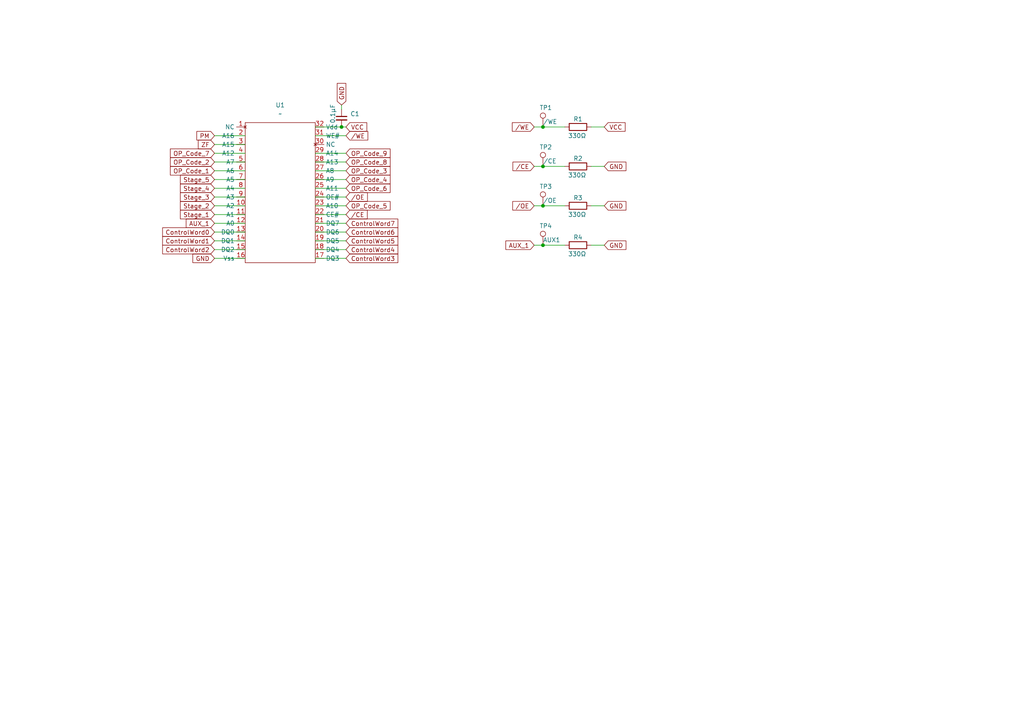
<source format=kicad_sch>
(kicad_sch (version 20250114) (generator "eeschema") (generator_version "9.0")
  (paper "A4")
  (lib_symbols
    (symbol "Connector:TestPoint" (pin_numbers (hide yes)) (pin_names (offset 0.762) (hide yes))
      (property "Reference" "TP" (at 0 6.858 0))
      (property "Value" "TestPoint" (at 0 5.08 0))
      (symbol "TestPoint_0_1"
        (circle (center 0 3.302) (radius 0.762))
      )
      (symbol "TestPoint_1_1"
        (pin passive line (at 0 0 90) (length 2.54) (name "1") (number "1"))
      )
    )
    (symbol "Device:C_Small" (pin_numbers (hide yes)) (pin_names (offset 0.254) (hide yes))
      (property "Reference" "C" (at 0.254 1.778 0))
      (property "Value" "C_Small" (at 0.254 -2.032 0))
      (symbol "C_Small_0_1"
        (polyline (pts (xy -1.524 0.508) (xy 1.524 0.508)) (stroke (width 0.3048)))
        (polyline (pts (xy -1.524 -0.508) (xy 1.524 -0.508)) (stroke (width 0.3302)))
      )
      (symbol "C_Small_1_1"
        (pin passive line (at 0 2.54 270) (length 2.032) (name "~") (number "1"))
        (pin passive line (at 0 -2.54 90) (length 2.032) (name "~") (number "2"))
      )
    )
    (symbol "Device:R" (pin_numbers (hide yes)) (pin_names (offset 0))
      (property "Reference" "R" (at 2.032 0 90))
      (property "Value" "R" (at 0 0 90))
      (symbol "R_0_1"
        (rectangle (start -1.016 -2.54) (end 1.016 2.54) (stroke (width 0.254)))
      )
      (symbol "R_1_1"
        (pin passive line (at 0 3.81 270) (length 1.27) (name "~") (number "1"))
        (pin passive line (at 0 -3.81 90) (length 1.27) (name "~") (number "2"))
      )
    )
    (symbol "Other:SST39SF010A-55-4C"
      (property "Reference" "U" (at 0 -0.254 0))
      (symbol "SST39SF010A-55-4C_0_1"
        (rectangle (start -10.16 20.32) (end 10.16 -20.32))
      )
      (symbol "SST39SF010A-55-4C_1_1"
        (pin no_connect line (at -10.16 19.05 180) (length 2.54) (name "NC") (number "1"))
        (pin input line (at -10.16 16.51 180) (length 2.54) (name "A16") (number "2"))
        (pin input line (at -10.16 13.97 180) (length 2.54) (name "A15") (number "3"))
        (pin input line (at -10.16 11.43 180) (length 2.54) (name "A12") (number "4"))
        (pin input line (at -10.16 8.89 180) (length 2.54) (name "A7") (number "5"))
        (pin input line (at -10.16 6.35 180) (length 2.54) (name "A6") (number "6"))
        (pin input line (at -10.16 3.81 180) (length 2.54) (name "A5") (number "7"))
        (pin input line (at -10.16 1.27 180) (length 2.54) (name "A4") (number "8"))
        (pin input line (at -10.16 -1.27 180) (length 2.54) (name "A3") (number "9"))
        (pin input line (at -10.16 -3.81 180) (length 2.54) (name "A2") (number "10"))
        (pin input line (at -10.16 -6.35 180) (length 2.54) (name "A1") (number "11"))
        (pin input line (at -10.16 -8.89 180) (length 2.54) (name "A0") (number "12"))
        (pin bidirectional line (at -10.16 -11.43 180) (length 2.54) (name "DQ0") (number "13"))
        (pin bidirectional line (at -10.16 -13.97 180) (length 2.54) (name "DQ1") (number "14"))
        (pin bidirectional line (at -10.16 -16.51 180) (length 2.54) (name "DQ2") (number "15"))
        (pin power_in line (at -10.16 -19.05 180) (length 2.54) (name "Vss") (number "16"))
        (pin power_in line (at 10.16 19.05 0) (length 2.54) (name "Vdd") (number "32"))
        (pin input line (at 10.16 16.51 0) (length 2.54) (name "WE#") (number "31"))
        (pin no_connect line (at 10.16 13.97 0) (length 2.54) (name "NC") (number "30"))
        (pin input line (at 10.16 11.43 0) (length 2.54) (name "A14") (number "29"))
        (pin input line (at 10.16 8.89 0) (length 2.54) (name "A13") (number "28"))
        (pin input line (at 10.16 6.35 0) (length 2.54) (name "A8") (number "27"))
        (pin input line (at 10.16 3.81 0) (length 2.54) (name "A9") (number "26"))
        (pin input line (at 10.16 1.27 0) (length 2.54) (name "A11") (number "25"))
        (pin input line (at 10.16 -1.27 0) (length 2.54) (name "OE#") (number "24"))
        (pin input line (at 10.16 -3.81 0) (length 2.54) (name "A10") (number "23"))
        (pin input line (at 10.16 -6.35 0) (length 2.54) (name "CE#") (number "22"))
        (pin bidirectional line (at 10.16 -8.89 0) (length 2.54) (name "DQ7") (number "21"))
        (pin bidirectional line (at 10.16 -11.43 0) (length 2.54) (name "DQ6") (number "20"))
        (pin bidirectional line (at 10.16 -13.97 0) (length 2.54) (name "DQ5") (number "19"))
        (pin bidirectional line (at 10.16 -16.51 0) (length 2.54) (name "DQ4") (number "18"))
        (pin bidirectional line (at 10.16 -19.05 0) (length 2.54) (name "DQ3") (number "17"))
      )
    )
  )
  (junction (at 157.48 59.69))
  (junction (at 99.06 36.83))
  (junction (at 157.48 36.83))
  (junction (at 157.48 71.12))
  (junction (at 157.48 48.26))
  (wire (pts (xy 91.44 69.85) (xy 100.33 69.85)))
  (wire (pts (xy 62.23 49.53) (xy 71.12 49.53)))
  (wire (pts (xy 91.44 62.23) (xy 100.33 62.23)))
  (wire (pts (xy 157.48 59.69) (xy 163.83 59.69)))
  (wire (pts (xy 62.23 59.69) (xy 71.12 59.69)))
  (wire (pts (xy 91.44 39.37) (xy 100.33 39.37)))
  (wire (pts (xy 157.48 36.83) (xy 163.83 36.83)))
  (wire (pts (xy 154.94 48.26) (xy 157.48 48.26)))
  (wire (pts (xy 91.44 52.07) (xy 100.33 52.07)))
  (wire (pts (xy 62.23 44.45) (xy 71.12 44.45)))
  (wire (pts (xy 99.06 36.83) (xy 100.33 36.83)))
  (wire (pts (xy 91.44 46.99) (xy 100.33 46.99)))
  (wire (pts (xy 62.23 72.39) (xy 71.12 72.39)))
  (wire (pts (xy 62.23 46.99) (xy 71.12 46.99)))
  (wire (pts (xy 91.44 54.61) (xy 100.33 54.61)))
  (wire (pts (xy 154.94 59.69) (xy 157.48 59.69)))
  (wire (pts (xy 99.06 30.48) (xy 99.06 31.75)))
  (wire (pts (xy 62.23 64.77) (xy 71.12 64.77)))
  (wire (pts (xy 91.44 64.77) (xy 100.33 64.77)))
  (wire (pts (xy 91.44 72.39) (xy 100.33 72.39)))
  (wire (pts (xy 91.44 49.53) (xy 100.33 49.53)))
  (wire (pts (xy 91.44 67.31) (xy 100.33 67.31)))
  (wire (pts (xy 91.44 36.83) (xy 99.06 36.83)))
  (wire (pts (xy 171.45 59.69) (xy 175.26 59.69)))
  (wire (pts (xy 62.23 69.85) (xy 71.12 69.85)))
  (wire (pts (xy 91.44 59.69) (xy 100.33 59.69)))
  (wire (pts (xy 157.48 71.12) (xy 163.83 71.12)))
  (wire (pts (xy 91.44 44.45) (xy 100.33 44.45)))
  (wire (pts (xy 62.23 74.93) (xy 71.12 74.93)))
  (wire (pts (xy 91.44 57.15) (xy 100.33 57.15)))
  (wire (pts (xy 62.23 67.31) (xy 71.12 67.31)))
  (wire (pts (xy 171.45 36.83) (xy 175.26 36.83)))
  (wire (pts (xy 62.23 62.23) (xy 71.12 62.23)))
  (wire (pts (xy 157.48 48.26) (xy 163.83 48.26)))
  (wire (pts (xy 91.44 74.93) (xy 100.33 74.93)))
  (wire (pts (xy 62.23 39.37) (xy 71.12 39.37)))
  (wire (pts (xy 62.23 54.61) (xy 71.12 54.61)))
  (wire (pts (xy 154.94 71.12) (xy 157.48 71.12)))
  (wire (pts (xy 171.45 48.26) (xy 175.26 48.26)))
  (wire (pts (xy 62.23 57.15) (xy 71.12 57.15)))
  (wire (pts (xy 154.94 36.83) (xy 157.48 36.83)))
  (wire (pts (xy 171.45 71.12) (xy 175.26 71.12)))
  (wire (pts (xy 62.23 52.07) (xy 71.12 52.07)))
  (wire (pts (xy 62.23 41.91) (xy 71.12 41.91)))
  (global_label "OP_Code_2" (shape input) (at 62.23 46.99 180) (property "Intersheetrefs" "${INTERSHEET_REFS}" (effects (hide yes))))
  (global_label "ControlWord5" (shape input) (at 100.33 69.85 0) (property "Intersheetrefs" "${INTERSHEET_REFS}" (effects (hide yes))))
  (global_label "GND" (shape input) (at 175.26 48.26 0) (property "Intersheetrefs" "${INTERSHEET_REFS}" (effects (hide yes))))
  (global_label "{slash}OE" (shape input) (at 100.33 57.15 0) (property "Intersheetrefs" "${INTERSHEET_REFS}" (effects (hide yes))))
  (global_label "VCC" (shape input) (at 100.33 36.83 0) (property "Intersheetrefs" "${INTERSHEET_REFS}" (effects (hide yes))))
  (global_label "Stage_2" (shape input) (at 62.23 59.69 180) (property "Intersheetrefs" "${INTERSHEET_REFS}" (effects (hide yes))))
  (global_label "OP_Code_1" (shape input) (at 62.23 49.53 180) (property "Intersheetrefs" "${INTERSHEET_REFS}" (effects (hide yes))))
  (global_label "ControlWord0" (shape input) (at 62.23 67.31 180) (property "Intersheetrefs" "${INTERSHEET_REFS}" (effects (hide yes))))
  (global_label "OP_Code_3" (shape input) (at 100.33 49.53 0) (property "Intersheetrefs" "${INTERSHEET_REFS}" (effects (hide yes))))
  (global_label "GND" (shape input) (at 62.23 74.93 180) (property "Intersheetrefs" "${INTERSHEET_REFS}" (effects (hide yes))))
  (global_label "GND" (shape input) (at 175.26 71.12 0) (property "Intersheetrefs" "${INTERSHEET_REFS}" (effects (hide yes))))
  (global_label "ZF" (shape input) (at 62.23 41.91 180) (property "Intersheetrefs" "${INTERSHEET_REFS}" (effects (hide yes))))
  (global_label "VCC" (shape input) (at 175.26 36.83 0) (property "Intersheetrefs" "${INTERSHEET_REFS}" (effects (hide yes))))
  (global_label "ControlWord1" (shape input) (at 62.23 69.85 180) (property "Intersheetrefs" "${INTERSHEET_REFS}" (effects (hide yes))))
  (global_label "{slash}OE" (shape input) (at 154.94 59.69 180) (property "Intersheetrefs" "${INTERSHEET_REFS}" (effects (hide yes))))
  (global_label "OP_Code_8" (shape input) (at 100.33 46.99 0) (property "Intersheetrefs" "${INTERSHEET_REFS}" (effects (hide yes))))
  (global_label "{slash}WE" (shape input) (at 100.33 39.37 0) (property "Intersheetrefs" "${INTERSHEET_REFS}" (effects (hide yes))))
  (global_label "{slash}CE" (shape input) (at 100.33 62.23 0) (property "Intersheetrefs" "${INTERSHEET_REFS}" (effects (hide yes))))
  (global_label "GND" (shape input) (at 175.26 59.69 0) (property "Intersheetrefs" "${INTERSHEET_REFS}" (effects (hide yes))))
  (global_label "OP_Code_5" (shape input) (at 100.33 59.69 0) (property "Intersheetrefs" "${INTERSHEET_REFS}" (effects (hide yes))))
  (global_label "Stage_5" (shape input) (at 62.23 52.07 180) (property "Intersheetrefs" "${INTERSHEET_REFS}" (effects (hide yes))))
  (global_label "Stage_1" (shape input) (at 62.23 62.23 180) (property "Intersheetrefs" "${INTERSHEET_REFS}" (effects (hide yes))))
  (global_label "ControlWord7" (shape input) (at 100.33 64.77 0) (property "Intersheetrefs" "${INTERSHEET_REFS}" (effects (hide yes))))
  (global_label "ControlWord6" (shape input) (at 100.33 67.31 0) (property "Intersheetrefs" "${INTERSHEET_REFS}" (effects (hide yes))))
  (global_label "Stage_4" (shape input) (at 62.23 54.61 180) (property "Intersheetrefs" "${INTERSHEET_REFS}" (effects (hide yes))))
  (global_label "OP_Code_4" (shape input) (at 100.33 52.07 0) (property "Intersheetrefs" "${INTERSHEET_REFS}" (effects (hide yes))))
  (global_label "{slash}CE" (shape input) (at 154.94 48.26 180) (property "Intersheetrefs" "${INTERSHEET_REFS}" (effects (hide yes))))
  (global_label "{slash}WE" (shape input) (at 154.94 36.83 180) (property "Intersheetrefs" "${INTERSHEET_REFS}" (effects (hide yes))))
  (global_label "Stage_3" (shape input) (at 62.23 57.15 180) (property "Intersheetrefs" "${INTERSHEET_REFS}" (effects (hide yes))))
  (global_label "AUX_1" (shape input) (at 154.94 71.12 180) (property "Intersheetrefs" "${INTERSHEET_REFS}" (effects (hide yes))))
  (global_label "ControlWord4" (shape input) (at 100.33 72.39 0) (property "Intersheetrefs" "${INTERSHEET_REFS}" (effects (hide yes))))
  (global_label "AUX_1" (shape input) (at 62.23 64.77 180) (property "Intersheetrefs" "${INTERSHEET_REFS}" (effects (hide yes))))
  (global_label "GND" (shape input) (at 99.06 30.48 90) (property "Intersheetrefs" "${INTERSHEET_REFS}" (effects (hide yes))))
  (global_label "OP_Code_9" (shape input) (at 100.33 44.45 0) (property "Intersheetrefs" "${INTERSHEET_REFS}" (effects (hide yes))))
  (global_label "OP_Code_6" (shape input) (at 100.33 54.61 0) (property "Intersheetrefs" "${INTERSHEET_REFS}" (effects (hide yes))))
  (global_label "PM" (shape input) (at 62.23 39.37 180) (property "Intersheetrefs" "${INTERSHEET_REFS}" (effects (hide yes))))
  (global_label "ControlWord2" (shape input) (at 62.23 72.39 180) (property "Intersheetrefs" "${INTERSHEET_REFS}" (effects (hide yes))))
  (global_label "ControlWord3" (shape input) (at 100.33 74.93 0) (property "Intersheetrefs" "${INTERSHEET_REFS}" (effects (hide yes))))
  (global_label "OP_Code_7" (shape input) (at 62.23 44.45 180) (property "Intersheetrefs" "${INTERSHEET_REFS}" (effects (hide yes))))
  (symbol (lib_id "Connector:TestPoint") (at 157.48 48.26 0) (unit 1)
    (property "Reference" "TP2" (at 156.464 42.672 0) (effects (justify left)))
    (property "Value" "/CE" (at 157.48 46.736 0) (effects (justify left)))
    (property "Footprint" "TestPoint:TestPoint_Pad_D1.0mm" (effects (hide yes)))
    (property "Description" "test point" (effects (hide yes)))
  )
  (symbol (lib_id "Other:SST39SF010A-55-4C") (at 81.28 55.88 0) (unit 1)
    (property "Reference" "U1" (at 81.28 30.48 0))
    (property "Value" "~" (at 81.28 33.02 0))
    (property "Footprint" "Package_LCC:PLCC-32_11.4x14.0mm_P1.27mm" (effects (hide yes)))
    (property "Datasheet" "https://ww1.microchip.com/downloads/aemDocuments/documents/MPD/ProductDocuments/DataSheets/SST39SF010A-SST39SF020A-SST39SF040-Data-Sheet-DS20005022.pdf" (effects (hide yes)))
    (property "Description" "Flash Chip, 2^16 bytes, 5V" (effects (hide yes)))
  )
  (symbol (lib_id "Connector:TestPoint") (at 157.48 59.69 0) (unit 1)
    (property "Reference" "TP3" (at 156.464 54.102 0) (effects (justify left)))
    (property "Value" "/OE" (at 157.48 58.166 0) (effects (justify left)))
    (property "Footprint" "TestPoint:TestPoint_Pad_D1.0mm" (effects (hide yes)))
    (property "Description" "test point" (effects (hide yes)))
  )
  (symbol (lib_id "Device:C_Small") (at 99.06 34.29 0) (unit 1)
    (property "Reference" "C1" (at 101.6 33.0262 0) (effects (justify left)))
    (property "Value" "0.1µF" (at 96.52 35.814 90) (effects (justify left)))
    (property "Footprint" "Capacitor_SMD:C_0805_2012Metric_Pad1.18x1.45mm_HandSolder" (effects (hide yes)))
    (property "Description" "Unpolarized capacitor, small symbol" (effects (hide yes)))
  )
  (symbol (lib_id "Connector:TestPoint") (at 157.48 36.83 0) (unit 1)
    (property "Reference" "TP1" (at 156.464 31.242 0) (effects (justify left)))
    (property "Value" "/WE" (at 157.48 35.306 0) (effects (justify left)))
    (property "Footprint" "TestPoint:TestPoint_Pad_D1.0mm" (effects (hide yes)))
    (property "Description" "test point" (effects (hide yes)))
  )
  (symbol (lib_id "Device:R") (at 167.64 59.69 90) (unit 1)
    (property "Reference" "R3" (at 167.64 57.404 90))
    (property "Value" "330Ω" (at 167.386 62.23 90))
    (property "Footprint" "Resistor_SMD:R_0805_2012Metric_Pad1.20x1.40mm_HandSolder" (effects (hide yes)))
    (property "Description" "Resistor" (effects (hide yes)))
  )
  (symbol (lib_id "Connector:TestPoint") (at 157.48 71.12 0) (unit 1)
    (property "Reference" "TP4" (at 156.464 65.532 0) (effects (justify left)))
    (property "Value" "AUX1" (at 157.48 69.596 0) (effects (justify left)))
    (property "Footprint" "TestPoint:TestPoint_Pad_D1.0mm" (effects (hide yes)))
    (property "Description" "test point" (effects (hide yes)))
  )
  (symbol (lib_id "Device:R") (at 167.64 48.26 90) (unit 1)
    (property "Reference" "R2" (at 167.64 45.974 90))
    (property "Value" "330Ω" (at 167.386 50.8 90))
    (property "Footprint" "Resistor_SMD:R_0805_2012Metric_Pad1.20x1.40mm_HandSolder" (effects (hide yes)))
    (property "Description" "Resistor" (effects (hide yes)))
  )
  (symbol (lib_id "Device:R") (at 167.64 71.12 90) (unit 1)
    (property "Reference" "R4" (at 167.64 68.834 90))
    (property "Value" "330Ω" (at 167.386 73.66 90))
    (property "Footprint" "Resistor_SMD:R_0805_2012Metric_Pad1.20x1.40mm_HandSolder" (effects (hide yes)))
    (property "Description" "Resistor" (effects (hide yes)))
  )
  (symbol (lib_id "Device:R") (at 167.64 36.83 90) (unit 1)
    (property "Reference" "R1" (at 167.64 34.544 90))
    (property "Value" "330Ω" (at 167.386 39.37 90))
    (property "Footprint" "Resistor_SMD:R_0805_2012Metric_Pad1.20x1.40mm_HandSolder" (effects (hide yes)))
    (property "Description" "Resistor" (effects (hide yes)))
  )
)
</source>
